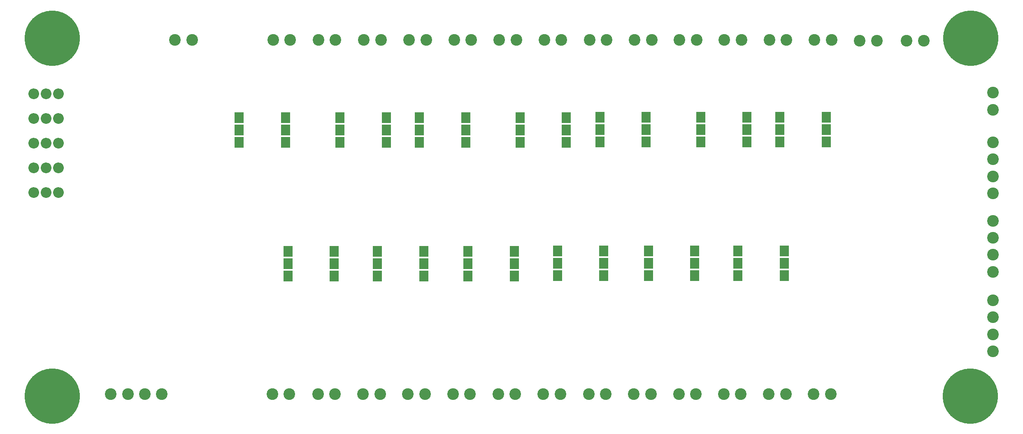
<source format=gbr>
G04 #@! TF.FileFunction,Soldermask,Bot*
%FSLAX46Y46*%
G04 Gerber Fmt 4.6, Leading zero omitted, Abs format (unit mm)*
G04 Created by KiCad (PCBNEW 4.0.6) date Tuesday, July 11, 2017 'PMt' 04:53:45 PM*
%MOMM*%
%LPD*%
G01*
G04 APERTURE LIST*
%ADD10C,0.100000*%
%ADD11O,2.200000X2.200000*%
%ADD12C,2.400000*%
%ADD13R,1.920000X2.180000*%
%ADD14C,11.400000*%
%ADD15C,1.100000*%
G04 APERTURE END LIST*
D10*
D11*
X3810000Y-34290000D03*
X6350000Y-34290000D03*
X8890000Y-34290000D03*
D12*
X164325000Y-80900000D03*
X167825000Y-80900000D03*
D13*
X166900000Y-26440000D03*
X157370000Y-26440000D03*
X166900000Y-23900000D03*
X166900000Y-28980000D03*
X157370000Y-28980000D03*
X157370000Y-23900000D03*
X150600000Y-26470000D03*
X141070000Y-26470000D03*
X150600000Y-23930000D03*
X150600000Y-29010000D03*
X141070000Y-29010000D03*
X141070000Y-23930000D03*
X129860000Y-26480000D03*
X120330000Y-26480000D03*
X129860000Y-23940000D03*
X129860000Y-29020000D03*
X120330000Y-29020000D03*
X120330000Y-23940000D03*
X158280000Y-53950000D03*
X148750000Y-53950000D03*
X158280000Y-51410000D03*
X158280000Y-56490000D03*
X148750000Y-56490000D03*
X148750000Y-51410000D03*
X139860000Y-53980000D03*
X130330000Y-53980000D03*
X139860000Y-51440000D03*
X139860000Y-56520000D03*
X130330000Y-56520000D03*
X130330000Y-51440000D03*
X113450000Y-26510000D03*
X103920000Y-26510000D03*
X113450000Y-23970000D03*
X113450000Y-29050000D03*
X103920000Y-29050000D03*
X103920000Y-23970000D03*
X92710000Y-26520000D03*
X83180000Y-26520000D03*
X92710000Y-23980000D03*
X92710000Y-29060000D03*
X83180000Y-29060000D03*
X83180000Y-23980000D03*
X121130000Y-53990000D03*
X111600000Y-53990000D03*
X121130000Y-51450000D03*
X121130000Y-56530000D03*
X111600000Y-56530000D03*
X111600000Y-51450000D03*
X102710000Y-54020000D03*
X93180000Y-54020000D03*
X102710000Y-51480000D03*
X102710000Y-56560000D03*
X93180000Y-56560000D03*
X93180000Y-51480000D03*
X84090000Y-54030000D03*
X74560000Y-54030000D03*
X84090000Y-51490000D03*
X84090000Y-56570000D03*
X74560000Y-56570000D03*
X74560000Y-51490000D03*
X76410000Y-26550000D03*
X66880000Y-26550000D03*
X76410000Y-24010000D03*
X76410000Y-29090000D03*
X66880000Y-29090000D03*
X66880000Y-24010000D03*
X65670000Y-54060000D03*
X56140000Y-54060000D03*
X65670000Y-51520000D03*
X65670000Y-56600000D03*
X56140000Y-56600000D03*
X56140000Y-51520000D03*
D12*
X56625000Y-7975000D03*
X53125000Y-7975000D03*
X65925000Y-7975000D03*
X62425000Y-7975000D03*
X75275000Y-7975000D03*
X71775000Y-7975000D03*
X84600000Y-7975000D03*
X81100000Y-7975000D03*
X93875000Y-7975000D03*
X90375000Y-7975000D03*
X103150000Y-7975000D03*
X99650000Y-7975000D03*
X112425000Y-7975000D03*
X108925000Y-7975000D03*
X121700000Y-7975000D03*
X118200000Y-7975000D03*
X131000000Y-7975000D03*
X127500000Y-7975000D03*
X140225000Y-7975000D03*
X136725000Y-7975000D03*
X149450000Y-7975000D03*
X145950000Y-7975000D03*
X158725000Y-7975000D03*
X155225000Y-7975000D03*
X168000000Y-7975000D03*
X164500000Y-7975000D03*
X52950000Y-80900000D03*
X56450000Y-80900000D03*
X62350000Y-80900000D03*
X65850000Y-80900000D03*
X71625000Y-80900000D03*
X75125000Y-80900000D03*
X80850000Y-80900000D03*
X84350000Y-80900000D03*
X90125000Y-80900000D03*
X93625000Y-80900000D03*
X99400000Y-80900000D03*
X102900000Y-80900000D03*
X108700000Y-80900000D03*
X112200000Y-80900000D03*
X118025000Y-80900000D03*
X121525000Y-80900000D03*
X127325000Y-80900000D03*
X130825000Y-80900000D03*
X136575000Y-80900000D03*
X140075000Y-80900000D03*
X145850000Y-80900000D03*
X149350000Y-80900000D03*
X155100000Y-80900000D03*
X158600000Y-80900000D03*
X36425000Y-8000000D03*
X32925000Y-8000000D03*
D13*
X55670000Y-26560000D03*
X46140000Y-26560000D03*
X55670000Y-24020000D03*
X55670000Y-29100000D03*
X46140000Y-29100000D03*
X46140000Y-24020000D03*
D14*
X7620000Y-7620000D03*
D15*
X11745000Y-7620000D03*
X10546815Y-10546815D03*
X7620000Y-11745000D03*
X4693185Y-10546815D03*
X3495000Y-7620000D03*
X4693185Y-4693185D03*
X7620000Y-3495000D03*
X10546815Y-4693185D03*
D14*
X196560000Y-81280000D03*
D15*
X200721000Y-81280000D03*
X199522815Y-84206815D03*
X196596000Y-85405000D03*
X193669185Y-84206815D03*
X192471000Y-81280000D03*
X193669185Y-78353185D03*
X196596000Y-77155000D03*
X199522815Y-78353185D03*
D14*
X7620000Y-81280000D03*
D15*
X11745000Y-81280000D03*
X10546815Y-84206815D03*
X7620000Y-85405000D03*
X4693185Y-84206815D03*
X3495000Y-81280000D03*
X4693185Y-78353185D03*
X7620000Y-77155000D03*
X10546815Y-78353185D03*
D14*
X196596000Y-7620000D03*
D15*
X200721000Y-7620000D03*
X199522815Y-10546815D03*
X196596000Y-11745000D03*
X193669185Y-10546815D03*
X192471000Y-7620000D03*
X193669185Y-4693185D03*
X196596000Y-3495000D03*
X199522815Y-4693185D03*
D11*
X3810000Y-19050000D03*
X6350000Y-19050000D03*
X8890000Y-19050000D03*
X3810000Y-24130000D03*
X6350000Y-24130000D03*
X8890000Y-24130000D03*
X3810000Y-29210000D03*
X6350000Y-29210000D03*
X8890000Y-29210000D03*
X3810000Y-39370000D03*
X6350000Y-39370000D03*
X8890000Y-39370000D03*
D12*
X19722000Y-80900000D03*
X23222000Y-80900000D03*
X26722000Y-80900000D03*
X30222000Y-80900000D03*
X201168000Y-22352000D03*
X201168000Y-18852000D03*
X186944000Y-8128000D03*
X183444000Y-8128000D03*
X177292000Y-8128000D03*
X173792000Y-8128000D03*
X201168000Y-55712000D03*
X201168000Y-52212000D03*
X201168000Y-48712000D03*
X201168000Y-45212000D03*
X201168000Y-39568000D03*
X201168000Y-36068000D03*
X201168000Y-32568000D03*
X201168000Y-29068000D03*
X201168000Y-72080000D03*
X201168000Y-68580000D03*
X201168000Y-65080000D03*
X201168000Y-61580000D03*
M02*

</source>
